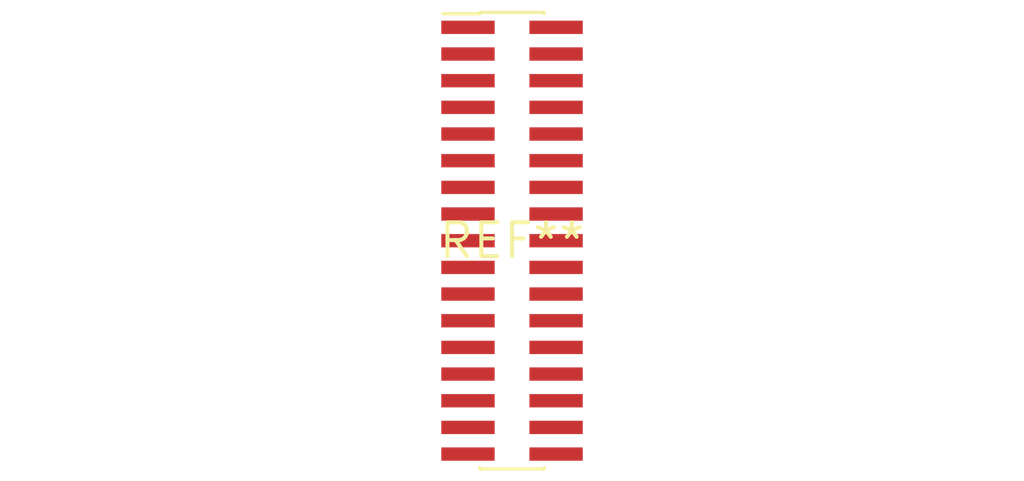
<source format=kicad_pcb>
(kicad_pcb (version 20240108) (generator pcbnew)
  (layers (0 "F.Cu" signal) (31 "B.Cu" signal) (34 "B.Paste" user) (35 "F.Paste" user) (36 "B.SilkS" user "B.Silkscreen") (37 "F.SilkS" user "F.Silkscreen") (38 "B.Mask" user) (39 "F.Mask" user) (44 "Edge.Cuts" user))
  (net 0 "")
  (footprint "PinHeader_2x17_P1.00mm_Vertical_SMD" (layer "F.Cu") (at 0 0)
    (property "Reference" "REF**")
    (property "Value" "PinHeader_2x17_P1.00mm_Vertical_SMD")
    (fp_line (start -2.59 -8.51) (end -1.21 -8.51) (layer "F.SilkS") (stroke (width 0.12)))
    (fp_line (start -1.21 -8.56) (end -1.21 -8.51) (layer "F.SilkS") (stroke (width 0.12)))
    (fp_line (start -1.21 -8.56) (end 1.21 -8.56) (layer "F.SilkS") (stroke (width 0.12)))
    (fp_line (start -1.21 8.51) (end -1.21 8.56) (layer "F.SilkS") (stroke (width 0.12)))
    (fp_line (start -1.21 8.56) (end 1.21 8.56) (layer "F.SilkS") (stroke (width 0.12)))
    (fp_line (start 1.21 -8.56) (end 1.21 -8.51) (layer "F.SilkS") (stroke (width 0.12)))
    (fp_line (start 1.21 8.51) (end 1.21 8.56) (layer "F.SilkS") (stroke (width 0.12)))
    (pad "1" smd rect (at -1.65 -8) (size 2 0.5) (layers "F.Cu" "F.Paste" "F.Mask"))
    (pad "2" smd rect (at 1.65 -8) (size 2 0.5) (layers "F.Cu" "F.Paste" "F.Mask"))
    (pad "3" smd rect (at -1.65 -7) (size 2 0.5) (layers "F.Cu" "F.Paste" "F.Mask"))
    (pad "4" smd rect (at 1.65 -7) (size 2 0.5) (layers "F.Cu" "F.Paste" "F.Mask"))
    (pad "5" smd rect (at -1.65 -6) (size 2 0.5) (layers "F.Cu" "F.Paste" "F.Mask"))
    (pad "6" smd rect (at 1.65 -6) (size 2 0.5) (layers "F.Cu" "F.Paste" "F.Mask"))
    (pad "7" smd rect (at -1.65 -5) (size 2 0.5) (layers "F.Cu" "F.Paste" "F.Mask"))
    (pad "8" smd rect (at 1.65 -5) (size 2 0.5) (layers "F.Cu" "F.Paste" "F.Mask"))
    (pad "9" smd rect (at -1.65 -4) (size 2 0.5) (layers "F.Cu" "F.Paste" "F.Mask"))
    (pad "10" smd rect (at 1.65 -4) (size 2 0.5) (layers "F.Cu" "F.Paste" "F.Mask"))
    (pad "11" smd rect (at -1.65 -3) (size 2 0.5) (layers "F.Cu" "F.Paste" "F.Mask"))
    (pad "12" smd rect (at 1.65 -3) (size 2 0.5) (layers "F.Cu" "F.Paste" "F.Mask"))
    (pad "13" smd rect (at -1.65 -2) (size 2 0.5) (layers "F.Cu" "F.Paste" "F.Mask"))
    (pad "14" smd rect (at 1.65 -2) (size 2 0.5) (layers "F.Cu" "F.Paste" "F.Mask"))
    (pad "15" smd rect (at -1.65 -1) (size 2 0.5) (layers "F.Cu" "F.Paste" "F.Mask"))
    (pad "16" smd rect (at 1.65 -1) (size 2 0.5) (layers "F.Cu" "F.Paste" "F.Mask"))
    (pad "17" smd rect (at -1.65 0) (size 2 0.5) (layers "F.Cu" "F.Paste" "F.Mask"))
    (pad "18" smd rect (at 1.65 0) (size 2 0.5) (layers "F.Cu" "F.Paste" "F.Mask"))
    (pad "19" smd rect (at -1.65 1) (size 2 0.5) (layers "F.Cu" "F.Paste" "F.Mask"))
    (pad "20" smd rect (at 1.65 1) (size 2 0.5) (layers "F.Cu" "F.Paste" "F.Mask"))
    (pad "21" smd rect (at -1.65 2) (size 2 0.5) (layers "F.Cu" "F.Paste" "F.Mask"))
    (pad "22" smd rect (at 1.65 2) (size 2 0.5) (layers "F.Cu" "F.Paste" "F.Mask"))
    (pad "23" smd rect (at -1.65 3) (size 2 0.5) (layers "F.Cu" "F.Paste" "F.Mask"))
    (pad "24" smd rect (at 1.65 3) (size 2 0.5) (layers "F.Cu" "F.Paste" "F.Mask"))
    (pad "25" smd rect (at -1.65 4) (size 2 0.5) (layers "F.Cu" "F.Paste" "F.Mask"))
    (pad "26" smd rect (at 1.65 4) (size 2 0.5) (layers "F.Cu" "F.Paste" "F.Mask"))
    (pad "27" smd rect (at -1.65 5) (size 2 0.5) (layers "F.Cu" "F.Paste" "F.Mask"))
    (pad "28" smd rect (at 1.65 5) (size 2 0.5) (layers "F.Cu" "F.Paste" "F.Mask"))
    (pad "29" smd rect (at -1.65 6) (size 2 0.5) (layers "F.Cu" "F.Paste" "F.Mask"))
    (pad "30" smd rect (at 1.65 6) (size 2 0.5) (layers "F.Cu" "F.Paste" "F.Mask"))
    (pad "31" smd rect (at -1.65 7) (size 2 0.5) (layers "F.Cu" "F.Paste" "F.Mask"))
    (pad "32" smd rect (at 1.65 7) (size 2 0.5) (layers "F.Cu" "F.Paste" "F.Mask"))
    (pad "33" smd rect (at -1.65 8) (size 2 0.5) (layers "F.Cu" "F.Paste" "F.Mask"))
    (pad "34" smd rect (at 1.65 8) (size 2 0.5) (layers "F.Cu" "F.Paste" "F.Mask"))
  )
)
</source>
